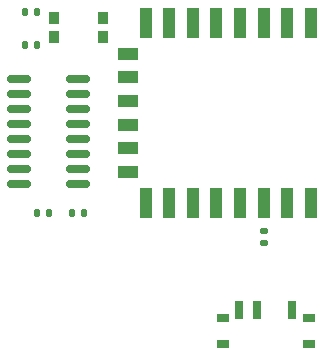
<source format=gbr>
%TF.GenerationSoftware,KiCad,Pcbnew,(6.0.7)*%
%TF.CreationDate,2025-06-10T03:22:10+09:00*%
%TF.ProjectId,AvatarSense,41766174-6172-4536-956e-73652e6b6963,rev?*%
%TF.SameCoordinates,Original*%
%TF.FileFunction,Paste,Bot*%
%TF.FilePolarity,Positive*%
%FSLAX46Y46*%
G04 Gerber Fmt 4.6, Leading zero omitted, Abs format (unit mm)*
G04 Created by KiCad (PCBNEW (6.0.7)) date 2025-06-10 03:22:10*
%MOMM*%
%LPD*%
G01*
G04 APERTURE LIST*
G04 Aperture macros list*
%AMRoundRect*
0 Rectangle with rounded corners*
0 $1 Rounding radius*
0 $2 $3 $4 $5 $6 $7 $8 $9 X,Y pos of 4 corners*
0 Add a 4 corners polygon primitive as box body*
4,1,4,$2,$3,$4,$5,$6,$7,$8,$9,$2,$3,0*
0 Add four circle primitives for the rounded corners*
1,1,$1+$1,$2,$3*
1,1,$1+$1,$4,$5*
1,1,$1+$1,$6,$7*
1,1,$1+$1,$8,$9*
0 Add four rect primitives between the rounded corners*
20,1,$1+$1,$2,$3,$4,$5,0*
20,1,$1+$1,$4,$5,$6,$7,0*
20,1,$1+$1,$6,$7,$8,$9,0*
20,1,$1+$1,$8,$9,$2,$3,0*%
G04 Aperture macros list end*
%ADD10R,1.000000X2.500000*%
%ADD11R,1.800000X1.000000*%
%ADD12RoundRect,0.135000X0.135000X0.185000X-0.135000X0.185000X-0.135000X-0.185000X0.135000X-0.185000X0*%
%ADD13RoundRect,0.135000X0.185000X-0.135000X0.185000X0.135000X-0.185000X0.135000X-0.185000X-0.135000X0*%
%ADD14RoundRect,0.135000X-0.135000X-0.185000X0.135000X-0.185000X0.135000X0.185000X-0.135000X0.185000X0*%
%ADD15R,0.900000X1.000000*%
%ADD16R,1.000000X0.800000*%
%ADD17R,0.700000X1.500000*%
%ADD18RoundRect,0.140000X0.140000X0.170000X-0.140000X0.170000X-0.140000X-0.170000X0.140000X-0.170000X0*%
%ADD19RoundRect,0.150000X0.825000X0.150000X-0.825000X0.150000X-0.825000X-0.150000X0.825000X-0.150000X0*%
G04 APERTURE END LIST*
D10*
%TO.C,U2*%
X131200000Y-117350000D03*
X129200000Y-117350000D03*
X127200000Y-117350000D03*
X125200000Y-117350000D03*
X123200000Y-117350000D03*
X121200000Y-117350000D03*
X119200000Y-117350000D03*
X117200000Y-117350000D03*
D11*
X115700000Y-114750000D03*
X115700000Y-112750000D03*
X115700000Y-110750000D03*
X115700000Y-108750000D03*
X115700000Y-106750000D03*
X115700000Y-104750000D03*
D10*
X117200000Y-102150000D03*
X119200000Y-102150000D03*
X121200000Y-102150000D03*
X123200000Y-102150000D03*
X125200000Y-102150000D03*
X127200000Y-102150000D03*
X129200000Y-102150000D03*
X131200000Y-102150000D03*
%TD*%
D12*
%TO.C,R3*%
X108010000Y-104000000D03*
X106990000Y-104000000D03*
%TD*%
D13*
%TO.C,R1*%
X127250000Y-120750000D03*
X127250000Y-119730000D03*
%TD*%
D14*
%TO.C,R8*%
X111000000Y-118250000D03*
X112020000Y-118250000D03*
%TD*%
D12*
%TO.C,R7*%
X109020000Y-118250000D03*
X108000000Y-118250000D03*
%TD*%
D15*
%TO.C,SW2*%
X113550000Y-101700000D03*
X109450000Y-101700000D03*
X113550000Y-103300000D03*
X109450000Y-103300000D03*
%TD*%
D16*
%TO.C,SW1*%
X131025000Y-127095000D03*
X123725000Y-127095000D03*
X123725000Y-129305000D03*
X131025000Y-129305000D03*
D17*
X129625000Y-126445000D03*
X126625000Y-126445000D03*
X125125000Y-126445000D03*
%TD*%
D18*
%TO.C,C4*%
X107980000Y-101250000D03*
X107020000Y-101250000D03*
%TD*%
D19*
%TO.C,U1*%
X111450000Y-106860000D03*
X111450000Y-108130000D03*
X111450000Y-109400000D03*
X111450000Y-110670000D03*
X111450000Y-111940000D03*
X111450000Y-113210000D03*
X111450000Y-114480000D03*
X111450000Y-115750000D03*
X106500000Y-115750000D03*
X106500000Y-114480000D03*
X106500000Y-113210000D03*
X106500000Y-111940000D03*
X106500000Y-110670000D03*
X106500000Y-109400000D03*
X106500000Y-108130000D03*
X106500000Y-106860000D03*
%TD*%
M02*

</source>
